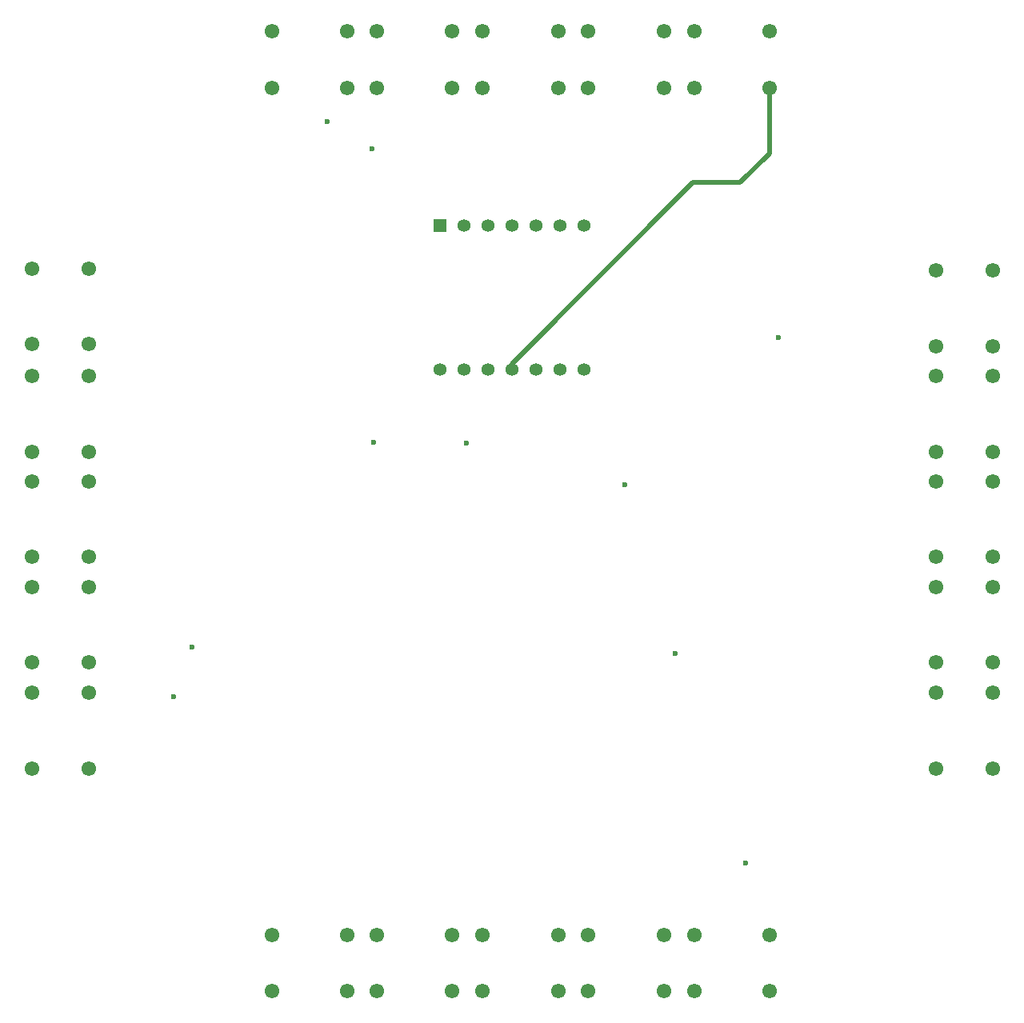
<source format=gbr>
%TF.GenerationSoftware,KiCad,Pcbnew,8.0.8*%
%TF.CreationDate,2025-05-19T18:04:48-07:00*%
%TF.ProjectId,ddi,6464692e-6b69-4636-9164-5f7063625858,rev?*%
%TF.SameCoordinates,Original*%
%TF.FileFunction,Copper,L4,Bot*%
%TF.FilePolarity,Positive*%
%FSLAX46Y46*%
G04 Gerber Fmt 4.6, Leading zero omitted, Abs format (unit mm)*
G04 Created by KiCad (PCBNEW 8.0.8) date 2025-05-19 18:04:48*
%MOMM*%
%LPD*%
G01*
G04 APERTURE LIST*
%TA.AperFunction,ComponentPad*%
%ADD10C,1.549400*%
%TD*%
%TA.AperFunction,ComponentPad*%
%ADD11R,1.358000X1.358000*%
%TD*%
%TA.AperFunction,ComponentPad*%
%ADD12C,1.358000*%
%TD*%
%TA.AperFunction,ViaPad*%
%ADD13C,0.600000*%
%TD*%
%TA.AperFunction,Conductor*%
%ADD14C,0.500000*%
%TD*%
G04 APERTURE END LIST*
D10*
%TO.P,SW17,1,a*%
%TO.N,/B1*%
X171300000Y-62699997D03*
%TO.P,SW17,2,b*%
X171300000Y-68700000D03*
%TO.P,SW17,3,c*%
%TO.N,/X5*%
X179299999Y-62699997D03*
%TO.P,SW17,4,d*%
X179299999Y-68700000D03*
%TD*%
%TO.P,SW1,1,a*%
%TO.N,/B1*%
X126600000Y-62699997D03*
%TO.P,SW1,2,b*%
X126600000Y-68700000D03*
%TO.P,SW1,3,c*%
%TO.N,/X1*%
X134599999Y-62699997D03*
%TO.P,SW1,4,d*%
X134599999Y-68700000D03*
%TD*%
%TO.P,SW11,1,a*%
%TO.N,/B2*%
X202900003Y-110300000D03*
%TO.P,SW11,2,b*%
X196900000Y-110300000D03*
%TO.P,SW11,3,c*%
%TO.N,/X3*%
X202900003Y-118299999D03*
%TO.P,SW11,4,d*%
X196900000Y-118299999D03*
%TD*%
%TO.P,SW15,1,a*%
%TO.N,/X4*%
X101199997Y-107199999D03*
%TO.P,SW15,2,b*%
X107200000Y-107199999D03*
%TO.P,SW15,3,c*%
%TO.N,/B4*%
X101199997Y-99200000D03*
%TO.P,SW15,4,d*%
X107200000Y-99200000D03*
%TD*%
%TO.P,SW8,1,a*%
%TO.N,/X2*%
X168099999Y-164300003D03*
%TO.P,SW8,2,b*%
X168099999Y-158300000D03*
%TO.P,SW8,3,c*%
%TO.N,/B3*%
X160100000Y-164300003D03*
%TO.P,SW8,4,d*%
X160100000Y-158300000D03*
%TD*%
%TO.P,SW12,1,a*%
%TO.N,/X3*%
X156899999Y-164300003D03*
%TO.P,SW12,2,b*%
X156899999Y-158300000D03*
%TO.P,SW12,3,c*%
%TO.N,/B3*%
X148900000Y-164300003D03*
%TO.P,SW12,4,d*%
X148900000Y-158300000D03*
%TD*%
%TO.P,SW14,1,a*%
%TO.N,/B2*%
X202900003Y-121500000D03*
%TO.P,SW14,2,b*%
X196900000Y-121500000D03*
%TO.P,SW14,3,c*%
%TO.N,/X4*%
X202900003Y-129499999D03*
%TO.P,SW14,4,d*%
X196900000Y-129499999D03*
%TD*%
%TO.P,SW10,1,a*%
%TO.N,/B1*%
X148900000Y-62699997D03*
%TO.P,SW10,2,b*%
X148900000Y-68700000D03*
%TO.P,SW10,3,c*%
%TO.N,/X3*%
X156899999Y-62699997D03*
%TO.P,SW10,4,d*%
X156899999Y-68700000D03*
%TD*%
%TO.P,SW6,1,a*%
%TO.N,/B2*%
X202900003Y-99200000D03*
%TO.P,SW6,2,b*%
X196900000Y-99200000D03*
%TO.P,SW6,3,c*%
%TO.N,/X2*%
X202900003Y-107199999D03*
%TO.P,SW6,4,d*%
X196900000Y-107199999D03*
%TD*%
%TO.P,SW5,1,a*%
%TO.N,/B1*%
X137700000Y-62699997D03*
%TO.P,SW5,2,b*%
X137700000Y-68700000D03*
%TO.P,SW5,3,c*%
%TO.N,/X2*%
X145699999Y-62699997D03*
%TO.P,SW5,4,d*%
X145699999Y-68700000D03*
%TD*%
%TO.P,SW2,1,a*%
%TO.N,/B2*%
X202900003Y-88000000D03*
%TO.P,SW2,2,b*%
X196900000Y-88000000D03*
%TO.P,SW2,3,c*%
%TO.N,/X1*%
X202900003Y-95999999D03*
%TO.P,SW2,4,d*%
X196900000Y-95999999D03*
%TD*%
%TO.P,SW9,1,a*%
%TO.N,/X3*%
X101199997Y-118300000D03*
%TO.P,SW9,2,b*%
X107200000Y-118300000D03*
%TO.P,SW9,3,c*%
%TO.N,/B4*%
X101199997Y-110300001D03*
%TO.P,SW9,4,d*%
X107200000Y-110300001D03*
%TD*%
%TO.P,SW16,1,a*%
%TO.N,/X4*%
X145699999Y-164300003D03*
%TO.P,SW16,2,b*%
X145699999Y-158300000D03*
%TO.P,SW16,3,c*%
%TO.N,/B3*%
X137700000Y-164300003D03*
%TO.P,SW16,4,d*%
X137700000Y-158300000D03*
%TD*%
%TO.P,SW7,1,a*%
%TO.N,/X2*%
X101199997Y-129499999D03*
%TO.P,SW7,2,b*%
X107200000Y-129499999D03*
%TO.P,SW7,3,c*%
%TO.N,/B4*%
X101199997Y-121500000D03*
%TO.P,SW7,4,d*%
X107200000Y-121500000D03*
%TD*%
%TO.P,SW13,1,a*%
%TO.N,/B1*%
X160100000Y-62699997D03*
%TO.P,SW13,2,b*%
X160100000Y-68700000D03*
%TO.P,SW13,3,c*%
%TO.N,/X4*%
X168099999Y-62699997D03*
%TO.P,SW13,4,d*%
X168099999Y-68700000D03*
%TD*%
%TO.P,SW20,1,a*%
%TO.N,/X5*%
X134599999Y-164300003D03*
%TO.P,SW20,2,b*%
X134599999Y-158300000D03*
%TO.P,SW20,3,c*%
%TO.N,/B3*%
X126600000Y-164300003D03*
%TO.P,SW20,4,d*%
X126600000Y-158300000D03*
%TD*%
%TO.P,SW18,1,a*%
%TO.N,/B2*%
X202900003Y-132700000D03*
%TO.P,SW18,2,b*%
X196900000Y-132700000D03*
%TO.P,SW18,3,c*%
%TO.N,/X5*%
X202900003Y-140699999D03*
%TO.P,SW18,4,d*%
X196900000Y-140699999D03*
%TD*%
%TO.P,SW4,1,a*%
%TO.N,/X1*%
X179299999Y-164300003D03*
%TO.P,SW4,2,b*%
X179299999Y-158300000D03*
%TO.P,SW4,3,c*%
%TO.N,/B3*%
X171300000Y-164300003D03*
%TO.P,SW4,4,d*%
X171300000Y-158300000D03*
%TD*%
%TO.P,SW19,1,a*%
%TO.N,/X5*%
X101199997Y-95799999D03*
%TO.P,SW19,2,b*%
X107200000Y-95799999D03*
%TO.P,SW19,3,c*%
%TO.N,/B4*%
X101199997Y-87800000D03*
%TO.P,SW19,4,d*%
X107200000Y-87800000D03*
%TD*%
%TO.P,SW3,1,a*%
%TO.N,/X1*%
X101199997Y-140699999D03*
%TO.P,SW3,2,b*%
X107200000Y-140699999D03*
%TO.P,SW3,3,c*%
%TO.N,/B4*%
X101199997Y-132700000D03*
%TO.P,SW3,4,d*%
X107200000Y-132700000D03*
%TD*%
D11*
%TO.P,U1,1,D0*%
%TO.N,/B1*%
X144400000Y-83200000D03*
D12*
%TO.P,U1,2,D1*%
%TO.N,/B2*%
X146940000Y-83200000D03*
%TO.P,U1,3,D2*%
%TO.N,/B3*%
X149480000Y-83200000D03*
%TO.P,U1,4,D3*%
%TO.N,/B4*%
X152020000Y-83200000D03*
%TO.P,U1,5,D4*%
%TO.N,unconnected-(U1-D4-Pad5)*%
X154560000Y-83200000D03*
%TO.P,U1,6,D5*%
%TO.N,unconnected-(U1-D5-Pad6)*%
X157100000Y-83200000D03*
%TO.P,U1,7,TX_D6*%
%TO.N,/X1*%
X159640000Y-83200000D03*
%TO.P,U1,8,RX_D7*%
%TO.N,/X2*%
X159640000Y-98440000D03*
%TO.P,U1,9,D8*%
%TO.N,/X3*%
X157100000Y-98440000D03*
%TO.P,U1,10,D9*%
%TO.N,/X4*%
X154560000Y-98440000D03*
%TO.P,U1,11,D10*%
%TO.N,/X5*%
X152020000Y-98440000D03*
%TO.P,U1,12,VCC_3V3*%
%TO.N,unconnected-(U1-VCC_3V3-Pad12)*%
X149480000Y-98440000D03*
%TO.P,U1,13,GND*%
%TO.N,unconnected-(U1-GND-Pad13)*%
X146940000Y-98440000D03*
%TO.P,U1,14,VUSB*%
%TO.N,unconnected-(U1-VUSB-Pad14)*%
X144400000Y-98440000D03*
%TD*%
D13*
%TO.N,/X4*%
X147200000Y-106300000D03*
%TO.N,/X2*%
X137400000Y-106200000D03*
X137200000Y-75100000D03*
X164000000Y-110700000D03*
%TO.N,/X1*%
X176750000Y-150750000D03*
X169300000Y-128500000D03*
X180200000Y-95100000D03*
X132450000Y-72250000D03*
X116200000Y-133100000D03*
X118200000Y-127900000D03*
%TD*%
D14*
%TO.N,/X5*%
X179299999Y-75600001D02*
X179299999Y-68700000D01*
X152020000Y-97880000D02*
X171200000Y-78700000D01*
X171200000Y-78700000D02*
X176200000Y-78700000D01*
X152020000Y-98440000D02*
X152020000Y-97880000D01*
X176200000Y-78700000D02*
X179299999Y-75600001D01*
%TD*%
M02*

</source>
